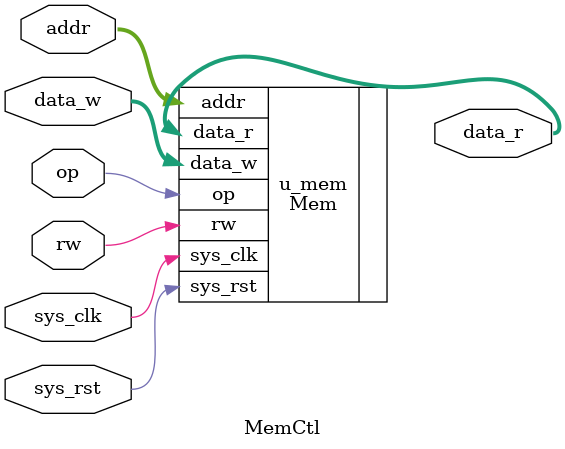
<source format=v>
module MemCtl(
    // 时钟
    sys_clk,

    // 复位
    sys_rst,

    // 操作
    // 0 = 无操作
    // 1 = 操作
    op,

    // 读写标志位
    // 0=读
    // 1=写
    rw,

    // 读写地址
    addr,

    // 数据（写）
    data_w,

    // 数据（读）
    data_r
);

    // ========================================
    // 常量定义
    // ========================================
    parameter   ADDR_WIDTH  = 32;
    parameter   DATA_WIDTH  = 32;

    parameter   BYTE_WIDTH = 8;

    parameter   SIZE    =   1024;

    // ========================================
    // 端口类型定义
    // ========================================
    input   wire            sys_clk;
    
    input   wire            sys_rst;

    input   wire            op;
    
    input   wire            rw;
    
    input   wire [ADDR_WIDTH - 1:0]     addr;

    input   wire [DATA_WIDTH - 1:0]     data_w;

    output  wire [DATA_WIDTH - 1:0]     data_r;

    Mem
        #(
            .ADDR_WIDTH(ADDR_WIDTH),
            .DATA_WIDTH(DATA_WIDTH),
            .BYTE_WIDTH(BYTE_WIDTH),
            .SIZE(SIZE)
        )
        u_mem(
            .sys_clk(sys_clk),
            .sys_rst(sys_rst),
            .op(op),
            .rw(rw),
            .addr(addr),
            .data_w(data_w),
            .data_r(data_r)
        );


endmodule

</source>
